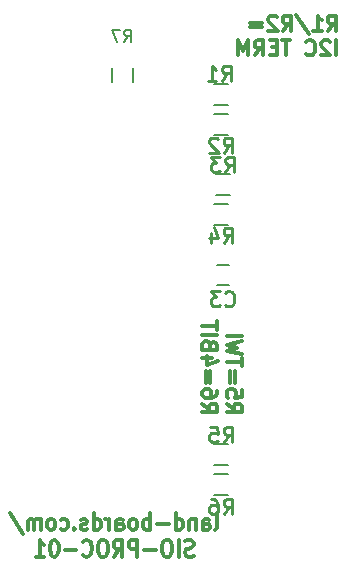
<source format=gbo>
G04 #@! TF.FileFunction,Legend,Bot*
%FSLAX46Y46*%
G04 Gerber Fmt 4.6, Leading zero omitted, Abs format (unit mm)*
G04 Created by KiCad (PCBNEW (after 2015-mar-04 BZR unknown)-product) date 11/9/2016 4:35:45 PM*
%MOMM*%
G01*
G04 APERTURE LIST*
%ADD10C,0.150000*%
%ADD11C,0.304800*%
%ADD12C,0.254000*%
G04 APERTURE END LIST*
D10*
D11*
X192646905Y-82464124D02*
X193070238Y-81859362D01*
X193372619Y-82464124D02*
X193372619Y-81194124D01*
X192888810Y-81194124D01*
X192767857Y-81254600D01*
X192707381Y-81315076D01*
X192646905Y-81436029D01*
X192646905Y-81617457D01*
X192707381Y-81738410D01*
X192767857Y-81798886D01*
X192888810Y-81859362D01*
X193372619Y-81859362D01*
X191437381Y-82464124D02*
X192163095Y-82464124D01*
X191800238Y-82464124D02*
X191800238Y-81194124D01*
X191921190Y-81375552D01*
X192042143Y-81496505D01*
X192163095Y-81556981D01*
X189985952Y-81133648D02*
X191074524Y-82766505D01*
X188836905Y-82464124D02*
X189260238Y-81859362D01*
X189562619Y-82464124D02*
X189562619Y-81194124D01*
X189078810Y-81194124D01*
X188957857Y-81254600D01*
X188897381Y-81315076D01*
X188836905Y-81436029D01*
X188836905Y-81617457D01*
X188897381Y-81738410D01*
X188957857Y-81798886D01*
X189078810Y-81859362D01*
X189562619Y-81859362D01*
X188353095Y-81315076D02*
X188292619Y-81254600D01*
X188171667Y-81194124D01*
X187869286Y-81194124D01*
X187748333Y-81254600D01*
X187687857Y-81315076D01*
X187627381Y-81436029D01*
X187627381Y-81556981D01*
X187687857Y-81738410D01*
X188413571Y-82464124D01*
X187627381Y-82464124D01*
X187083095Y-81798886D02*
X186115476Y-81798886D01*
X186115476Y-82161743D02*
X187083095Y-82161743D01*
X193372619Y-84546924D02*
X193372619Y-83276924D01*
X192828333Y-83397876D02*
X192767857Y-83337400D01*
X192646905Y-83276924D01*
X192344524Y-83276924D01*
X192223571Y-83337400D01*
X192163095Y-83397876D01*
X192102619Y-83518829D01*
X192102619Y-83639781D01*
X192163095Y-83821210D01*
X192888809Y-84546924D01*
X192102619Y-84546924D01*
X190832619Y-84425971D02*
X190893095Y-84486448D01*
X191074524Y-84546924D01*
X191195476Y-84546924D01*
X191376904Y-84486448D01*
X191497857Y-84365495D01*
X191558333Y-84244543D01*
X191618809Y-84002638D01*
X191618809Y-83821210D01*
X191558333Y-83579305D01*
X191497857Y-83458352D01*
X191376904Y-83337400D01*
X191195476Y-83276924D01*
X191074524Y-83276924D01*
X190893095Y-83337400D01*
X190832619Y-83397876D01*
X189502143Y-83276924D02*
X188776428Y-83276924D01*
X189139285Y-84546924D02*
X189139285Y-83276924D01*
X188353095Y-83881686D02*
X187929762Y-83881686D01*
X187748333Y-84546924D02*
X188353095Y-84546924D01*
X188353095Y-83276924D01*
X187748333Y-83276924D01*
X186478333Y-84546924D02*
X186901666Y-83942162D01*
X187204047Y-84546924D02*
X187204047Y-83276924D01*
X186720238Y-83276924D01*
X186599285Y-83337400D01*
X186538809Y-83397876D01*
X186478333Y-83518829D01*
X186478333Y-83700257D01*
X186538809Y-83821210D01*
X186599285Y-83881686D01*
X186720238Y-83942162D01*
X187204047Y-83942162D01*
X185934047Y-84546924D02*
X185934047Y-83276924D01*
X185510714Y-84184067D01*
X185087380Y-83276924D01*
X185087380Y-84546924D01*
X184108876Y-114033905D02*
X184713638Y-114457238D01*
X184108876Y-114759619D02*
X185378876Y-114759619D01*
X185378876Y-114275810D01*
X185318400Y-114154857D01*
X185257924Y-114094381D01*
X185136971Y-114033905D01*
X184955543Y-114033905D01*
X184834590Y-114094381D01*
X184774114Y-114154857D01*
X184713638Y-114275810D01*
X184713638Y-114759619D01*
X185378876Y-112884857D02*
X185378876Y-113489619D01*
X184774114Y-113550095D01*
X184834590Y-113489619D01*
X184895067Y-113368667D01*
X184895067Y-113066286D01*
X184834590Y-112945333D01*
X184774114Y-112884857D01*
X184653162Y-112824381D01*
X184350781Y-112824381D01*
X184229829Y-112884857D01*
X184169352Y-112945333D01*
X184108876Y-113066286D01*
X184108876Y-113368667D01*
X184169352Y-113489619D01*
X184229829Y-113550095D01*
X184774114Y-112280095D02*
X184774114Y-111312476D01*
X184411257Y-111312476D02*
X184411257Y-112280095D01*
X185378876Y-110889143D02*
X185378876Y-110163428D01*
X184108876Y-110526285D02*
X185378876Y-110526285D01*
X185378876Y-109861047D02*
X184108876Y-109558666D01*
X185016019Y-109316762D01*
X184108876Y-109074857D01*
X185378876Y-108772476D01*
X184108876Y-108288666D02*
X185378876Y-108288666D01*
X182026076Y-114033905D02*
X182630838Y-114457238D01*
X182026076Y-114759619D02*
X183296076Y-114759619D01*
X183296076Y-114275810D01*
X183235600Y-114154857D01*
X183175124Y-114094381D01*
X183054171Y-114033905D01*
X182872743Y-114033905D01*
X182751790Y-114094381D01*
X182691314Y-114154857D01*
X182630838Y-114275810D01*
X182630838Y-114759619D01*
X183296076Y-112945333D02*
X183296076Y-113187238D01*
X183235600Y-113308190D01*
X183175124Y-113368667D01*
X182993695Y-113489619D01*
X182751790Y-113550095D01*
X182267981Y-113550095D01*
X182147029Y-113489619D01*
X182086552Y-113429143D01*
X182026076Y-113308190D01*
X182026076Y-113066286D01*
X182086552Y-112945333D01*
X182147029Y-112884857D01*
X182267981Y-112824381D01*
X182570362Y-112824381D01*
X182691314Y-112884857D01*
X182751790Y-112945333D01*
X182812267Y-113066286D01*
X182812267Y-113308190D01*
X182751790Y-113429143D01*
X182691314Y-113489619D01*
X182570362Y-113550095D01*
X182691314Y-112280095D02*
X182691314Y-111312476D01*
X182328457Y-111312476D02*
X182328457Y-112280095D01*
X182872743Y-110163428D02*
X182026076Y-110163428D01*
X183356552Y-110465809D02*
X182449410Y-110768190D01*
X182449410Y-109982000D01*
X182691314Y-109074857D02*
X182630838Y-108893428D01*
X182570362Y-108832952D01*
X182449410Y-108772476D01*
X182267981Y-108772476D01*
X182147029Y-108832952D01*
X182086552Y-108893428D01*
X182026076Y-109014381D01*
X182026076Y-109498190D01*
X183296076Y-109498190D01*
X183296076Y-109074857D01*
X183235600Y-108953904D01*
X183175124Y-108893428D01*
X183054171Y-108832952D01*
X182933219Y-108832952D01*
X182812267Y-108893428D01*
X182751790Y-108953904D01*
X182691314Y-109074857D01*
X182691314Y-109498190D01*
X182026076Y-108228190D02*
X183296076Y-108228190D01*
X183296076Y-107804857D02*
X183296076Y-107079142D01*
X182026076Y-107441999D02*
X183296076Y-107441999D01*
X183121905Y-124723676D02*
X183242858Y-124657152D01*
X183303334Y-124524105D01*
X183303334Y-123326676D01*
X182093810Y-124723676D02*
X182093810Y-123991914D01*
X182154287Y-123858867D01*
X182275239Y-123792343D01*
X182517144Y-123792343D01*
X182638096Y-123858867D01*
X182093810Y-124657152D02*
X182214763Y-124723676D01*
X182517144Y-124723676D01*
X182638096Y-124657152D01*
X182698572Y-124524105D01*
X182698572Y-124391057D01*
X182638096Y-124258010D01*
X182517144Y-124191486D01*
X182214763Y-124191486D01*
X182093810Y-124124962D01*
X181489048Y-123792343D02*
X181489048Y-124723676D01*
X181489048Y-123925390D02*
X181428572Y-123858867D01*
X181307619Y-123792343D01*
X181126191Y-123792343D01*
X181005239Y-123858867D01*
X180944762Y-123991914D01*
X180944762Y-124723676D01*
X179795714Y-124723676D02*
X179795714Y-123326676D01*
X179795714Y-124657152D02*
X179916667Y-124723676D01*
X180158571Y-124723676D01*
X180279524Y-124657152D01*
X180340000Y-124590629D01*
X180400476Y-124457581D01*
X180400476Y-124058438D01*
X180340000Y-123925390D01*
X180279524Y-123858867D01*
X180158571Y-123792343D01*
X179916667Y-123792343D01*
X179795714Y-123858867D01*
X179190952Y-124191486D02*
X178223333Y-124191486D01*
X177618571Y-124723676D02*
X177618571Y-123326676D01*
X177618571Y-123858867D02*
X177497619Y-123792343D01*
X177255714Y-123792343D01*
X177134762Y-123858867D01*
X177074285Y-123925390D01*
X177013809Y-124058438D01*
X177013809Y-124457581D01*
X177074285Y-124590629D01*
X177134762Y-124657152D01*
X177255714Y-124723676D01*
X177497619Y-124723676D01*
X177618571Y-124657152D01*
X176288094Y-124723676D02*
X176409047Y-124657152D01*
X176469523Y-124590629D01*
X176529999Y-124457581D01*
X176529999Y-124058438D01*
X176469523Y-123925390D01*
X176409047Y-123858867D01*
X176288094Y-123792343D01*
X176106666Y-123792343D01*
X175985714Y-123858867D01*
X175925237Y-123925390D01*
X175864761Y-124058438D01*
X175864761Y-124457581D01*
X175925237Y-124590629D01*
X175985714Y-124657152D01*
X176106666Y-124723676D01*
X176288094Y-124723676D01*
X174776189Y-124723676D02*
X174776189Y-123991914D01*
X174836666Y-123858867D01*
X174957618Y-123792343D01*
X175199523Y-123792343D01*
X175320475Y-123858867D01*
X174776189Y-124657152D02*
X174897142Y-124723676D01*
X175199523Y-124723676D01*
X175320475Y-124657152D01*
X175380951Y-124524105D01*
X175380951Y-124391057D01*
X175320475Y-124258010D01*
X175199523Y-124191486D01*
X174897142Y-124191486D01*
X174776189Y-124124962D01*
X174171427Y-124723676D02*
X174171427Y-123792343D01*
X174171427Y-124058438D02*
X174110951Y-123925390D01*
X174050475Y-123858867D01*
X173929522Y-123792343D01*
X173808570Y-123792343D01*
X172840951Y-124723676D02*
X172840951Y-123326676D01*
X172840951Y-124657152D02*
X172961904Y-124723676D01*
X173203808Y-124723676D01*
X173324761Y-124657152D01*
X173385237Y-124590629D01*
X173445713Y-124457581D01*
X173445713Y-124058438D01*
X173385237Y-123925390D01*
X173324761Y-123858867D01*
X173203808Y-123792343D01*
X172961904Y-123792343D01*
X172840951Y-123858867D01*
X172296665Y-124657152D02*
X172175713Y-124723676D01*
X171933808Y-124723676D01*
X171812856Y-124657152D01*
X171752380Y-124524105D01*
X171752380Y-124457581D01*
X171812856Y-124324533D01*
X171933808Y-124258010D01*
X172115237Y-124258010D01*
X172236189Y-124191486D01*
X172296665Y-124058438D01*
X172296665Y-123991914D01*
X172236189Y-123858867D01*
X172115237Y-123792343D01*
X171933808Y-123792343D01*
X171812856Y-123858867D01*
X171208094Y-124590629D02*
X171147618Y-124657152D01*
X171208094Y-124723676D01*
X171268570Y-124657152D01*
X171208094Y-124590629D01*
X171208094Y-124723676D01*
X170059046Y-124657152D02*
X170179999Y-124723676D01*
X170421903Y-124723676D01*
X170542856Y-124657152D01*
X170603332Y-124590629D01*
X170663808Y-124457581D01*
X170663808Y-124058438D01*
X170603332Y-123925390D01*
X170542856Y-123858867D01*
X170421903Y-123792343D01*
X170179999Y-123792343D01*
X170059046Y-123858867D01*
X169333332Y-124723676D02*
X169454285Y-124657152D01*
X169514761Y-124590629D01*
X169575237Y-124457581D01*
X169575237Y-124058438D01*
X169514761Y-123925390D01*
X169454285Y-123858867D01*
X169333332Y-123792343D01*
X169151904Y-123792343D01*
X169030952Y-123858867D01*
X168970475Y-123925390D01*
X168909999Y-124058438D01*
X168909999Y-124457581D01*
X168970475Y-124590629D01*
X169030952Y-124657152D01*
X169151904Y-124723676D01*
X169333332Y-124723676D01*
X168365713Y-124723676D02*
X168365713Y-123792343D01*
X168365713Y-123925390D02*
X168305237Y-123858867D01*
X168184284Y-123792343D01*
X168002856Y-123792343D01*
X167881904Y-123858867D01*
X167821427Y-123991914D01*
X167821427Y-124723676D01*
X167821427Y-123991914D02*
X167760951Y-123858867D01*
X167639999Y-123792343D01*
X167458570Y-123792343D01*
X167337618Y-123858867D01*
X167277142Y-123991914D01*
X167277142Y-124723676D01*
X165765237Y-123260152D02*
X166853809Y-125056295D01*
X181307619Y-126917752D02*
X181126191Y-126984276D01*
X180823810Y-126984276D01*
X180702857Y-126917752D01*
X180642381Y-126851229D01*
X180581905Y-126718181D01*
X180581905Y-126585133D01*
X180642381Y-126452086D01*
X180702857Y-126385562D01*
X180823810Y-126319038D01*
X181065714Y-126252514D01*
X181186667Y-126185990D01*
X181247143Y-126119467D01*
X181307619Y-125986419D01*
X181307619Y-125853371D01*
X181247143Y-125720324D01*
X181186667Y-125653800D01*
X181065714Y-125587276D01*
X180763334Y-125587276D01*
X180581905Y-125653800D01*
X180037619Y-126984276D02*
X180037619Y-125587276D01*
X179190952Y-125587276D02*
X178949048Y-125587276D01*
X178828095Y-125653800D01*
X178707143Y-125786848D01*
X178646667Y-126052943D01*
X178646667Y-126518610D01*
X178707143Y-126784705D01*
X178828095Y-126917752D01*
X178949048Y-126984276D01*
X179190952Y-126984276D01*
X179311905Y-126917752D01*
X179432857Y-126784705D01*
X179493333Y-126518610D01*
X179493333Y-126052943D01*
X179432857Y-125786848D01*
X179311905Y-125653800D01*
X179190952Y-125587276D01*
X178102381Y-126452086D02*
X177134762Y-126452086D01*
X176530000Y-126984276D02*
X176530000Y-125587276D01*
X176046191Y-125587276D01*
X175925238Y-125653800D01*
X175864762Y-125720324D01*
X175804286Y-125853371D01*
X175804286Y-126052943D01*
X175864762Y-126185990D01*
X175925238Y-126252514D01*
X176046191Y-126319038D01*
X176530000Y-126319038D01*
X174534286Y-126984276D02*
X174957619Y-126319038D01*
X175260000Y-126984276D02*
X175260000Y-125587276D01*
X174776191Y-125587276D01*
X174655238Y-125653800D01*
X174594762Y-125720324D01*
X174534286Y-125853371D01*
X174534286Y-126052943D01*
X174594762Y-126185990D01*
X174655238Y-126252514D01*
X174776191Y-126319038D01*
X175260000Y-126319038D01*
X173748095Y-125587276D02*
X173506191Y-125587276D01*
X173385238Y-125653800D01*
X173264286Y-125786848D01*
X173203810Y-126052943D01*
X173203810Y-126518610D01*
X173264286Y-126784705D01*
X173385238Y-126917752D01*
X173506191Y-126984276D01*
X173748095Y-126984276D01*
X173869048Y-126917752D01*
X173990000Y-126784705D01*
X174050476Y-126518610D01*
X174050476Y-126052943D01*
X173990000Y-125786848D01*
X173869048Y-125653800D01*
X173748095Y-125587276D01*
X171933810Y-126851229D02*
X171994286Y-126917752D01*
X172175715Y-126984276D01*
X172296667Y-126984276D01*
X172478095Y-126917752D01*
X172599048Y-126784705D01*
X172659524Y-126651657D01*
X172720000Y-126385562D01*
X172720000Y-126185990D01*
X172659524Y-125919895D01*
X172599048Y-125786848D01*
X172478095Y-125653800D01*
X172296667Y-125587276D01*
X172175715Y-125587276D01*
X171994286Y-125653800D01*
X171933810Y-125720324D01*
X171389524Y-126452086D02*
X170421905Y-126452086D01*
X169575238Y-125587276D02*
X169454286Y-125587276D01*
X169333334Y-125653800D01*
X169272857Y-125720324D01*
X169212381Y-125853371D01*
X169151905Y-126119467D01*
X169151905Y-126452086D01*
X169212381Y-126718181D01*
X169272857Y-126851229D01*
X169333334Y-126917752D01*
X169454286Y-126984276D01*
X169575238Y-126984276D01*
X169696191Y-126917752D01*
X169756667Y-126851229D01*
X169817143Y-126718181D01*
X169877619Y-126452086D01*
X169877619Y-126119467D01*
X169817143Y-125853371D01*
X169756667Y-125720324D01*
X169696191Y-125653800D01*
X169575238Y-125587276D01*
X167942381Y-126984276D02*
X168668095Y-126984276D01*
X168305238Y-126984276D02*
X168305238Y-125587276D01*
X168426190Y-125786848D01*
X168547143Y-125919895D01*
X168668095Y-125986419D01*
D10*
X183042000Y-98919000D02*
X184242000Y-98919000D01*
X184242000Y-97169000D02*
X183042000Y-97169000D01*
X183169000Y-96379000D02*
X184369000Y-96379000D01*
X184369000Y-94629000D02*
X183169000Y-94629000D01*
X184242000Y-117489000D02*
X183042000Y-117489000D01*
X183042000Y-119239000D02*
X184242000Y-119239000D01*
X184242000Y-120029000D02*
X183042000Y-120029000D01*
X183042000Y-121779000D02*
X184242000Y-121779000D01*
X183042000Y-91299000D02*
X184242000Y-91299000D01*
X184242000Y-89549000D02*
X183042000Y-89549000D01*
X184242000Y-87009000D02*
X183042000Y-87009000D01*
X183042000Y-88759000D02*
X184242000Y-88759000D01*
X184269000Y-103974000D02*
X183269000Y-103974000D01*
X183269000Y-102274000D02*
X184269000Y-102274000D01*
X174385000Y-85633000D02*
X174385000Y-86833000D01*
X176135000Y-86833000D02*
X176135000Y-85633000D01*
D12*
X183853667Y-100396524D02*
X184277000Y-99791762D01*
X184579381Y-100396524D02*
X184579381Y-99126524D01*
X184095572Y-99126524D01*
X183974619Y-99187000D01*
X183914143Y-99247476D01*
X183853667Y-99368429D01*
X183853667Y-99549857D01*
X183914143Y-99670810D01*
X183974619Y-99731286D01*
X184095572Y-99791762D01*
X184579381Y-99791762D01*
X182765095Y-99549857D02*
X182765095Y-100396524D01*
X183067476Y-99066048D02*
X183369857Y-99973190D01*
X182583667Y-99973190D01*
X183980667Y-94427524D02*
X184404000Y-93822762D01*
X184706381Y-94427524D02*
X184706381Y-93157524D01*
X184222572Y-93157524D01*
X184101619Y-93218000D01*
X184041143Y-93278476D01*
X183980667Y-93399429D01*
X183980667Y-93580857D01*
X184041143Y-93701810D01*
X184101619Y-93762286D01*
X184222572Y-93822762D01*
X184706381Y-93822762D01*
X183557333Y-93157524D02*
X182771143Y-93157524D01*
X183194476Y-93641333D01*
X183013048Y-93641333D01*
X182892095Y-93701810D01*
X182831619Y-93762286D01*
X182771143Y-93883238D01*
X182771143Y-94185619D01*
X182831619Y-94306571D01*
X182892095Y-94367048D01*
X183013048Y-94427524D01*
X183375905Y-94427524D01*
X183496857Y-94367048D01*
X183557333Y-94306571D01*
X183853667Y-117287524D02*
X184277000Y-116682762D01*
X184579381Y-117287524D02*
X184579381Y-116017524D01*
X184095572Y-116017524D01*
X183974619Y-116078000D01*
X183914143Y-116138476D01*
X183853667Y-116259429D01*
X183853667Y-116440857D01*
X183914143Y-116561810D01*
X183974619Y-116622286D01*
X184095572Y-116682762D01*
X184579381Y-116682762D01*
X182704619Y-116017524D02*
X183309381Y-116017524D01*
X183369857Y-116622286D01*
X183309381Y-116561810D01*
X183188429Y-116501333D01*
X182886048Y-116501333D01*
X182765095Y-116561810D01*
X182704619Y-116622286D01*
X182644143Y-116743238D01*
X182644143Y-117045619D01*
X182704619Y-117166571D01*
X182765095Y-117227048D01*
X182886048Y-117287524D01*
X183188429Y-117287524D01*
X183309381Y-117227048D01*
X183369857Y-117166571D01*
X183853667Y-123383524D02*
X184277000Y-122778762D01*
X184579381Y-123383524D02*
X184579381Y-122113524D01*
X184095572Y-122113524D01*
X183974619Y-122174000D01*
X183914143Y-122234476D01*
X183853667Y-122355429D01*
X183853667Y-122536857D01*
X183914143Y-122657810D01*
X183974619Y-122718286D01*
X184095572Y-122778762D01*
X184579381Y-122778762D01*
X182765095Y-122113524D02*
X183007000Y-122113524D01*
X183127952Y-122174000D01*
X183188429Y-122234476D01*
X183309381Y-122415905D01*
X183369857Y-122657810D01*
X183369857Y-123141619D01*
X183309381Y-123262571D01*
X183248905Y-123323048D01*
X183127952Y-123383524D01*
X182886048Y-123383524D01*
X182765095Y-123323048D01*
X182704619Y-123262571D01*
X182644143Y-123141619D01*
X182644143Y-122839238D01*
X182704619Y-122718286D01*
X182765095Y-122657810D01*
X182886048Y-122597333D01*
X183127952Y-122597333D01*
X183248905Y-122657810D01*
X183309381Y-122718286D01*
X183369857Y-122839238D01*
X183853667Y-92776524D02*
X184277000Y-92171762D01*
X184579381Y-92776524D02*
X184579381Y-91506524D01*
X184095572Y-91506524D01*
X183974619Y-91567000D01*
X183914143Y-91627476D01*
X183853667Y-91748429D01*
X183853667Y-91929857D01*
X183914143Y-92050810D01*
X183974619Y-92111286D01*
X184095572Y-92171762D01*
X184579381Y-92171762D01*
X183369857Y-91627476D02*
X183309381Y-91567000D01*
X183188429Y-91506524D01*
X182886048Y-91506524D01*
X182765095Y-91567000D01*
X182704619Y-91627476D01*
X182644143Y-91748429D01*
X182644143Y-91869381D01*
X182704619Y-92050810D01*
X183430333Y-92776524D01*
X182644143Y-92776524D01*
X183726667Y-86680524D02*
X184150000Y-86075762D01*
X184452381Y-86680524D02*
X184452381Y-85410524D01*
X183968572Y-85410524D01*
X183847619Y-85471000D01*
X183787143Y-85531476D01*
X183726667Y-85652429D01*
X183726667Y-85833857D01*
X183787143Y-85954810D01*
X183847619Y-86015286D01*
X183968572Y-86075762D01*
X184452381Y-86075762D01*
X182517143Y-86680524D02*
X183242857Y-86680524D01*
X182880000Y-86680524D02*
X182880000Y-85410524D01*
X183000952Y-85591952D01*
X183121905Y-85712905D01*
X183242857Y-85773381D01*
X183980667Y-105677571D02*
X184041143Y-105738048D01*
X184222572Y-105798524D01*
X184343524Y-105798524D01*
X184524952Y-105738048D01*
X184645905Y-105617095D01*
X184706381Y-105496143D01*
X184766857Y-105254238D01*
X184766857Y-105072810D01*
X184706381Y-104830905D01*
X184645905Y-104709952D01*
X184524952Y-104589000D01*
X184343524Y-104528524D01*
X184222572Y-104528524D01*
X184041143Y-104589000D01*
X183980667Y-104649476D01*
X183557333Y-104528524D02*
X182771143Y-104528524D01*
X183194476Y-105012333D01*
X183013048Y-105012333D01*
X182892095Y-105072810D01*
X182831619Y-105133286D01*
X182771143Y-105254238D01*
X182771143Y-105556619D01*
X182831619Y-105677571D01*
X182892095Y-105738048D01*
X183013048Y-105798524D01*
X183375905Y-105798524D01*
X183496857Y-105738048D01*
X183557333Y-105677571D01*
D10*
X175426666Y-83383381D02*
X175760000Y-82907190D01*
X175998095Y-83383381D02*
X175998095Y-82383381D01*
X175617142Y-82383381D01*
X175521904Y-82431000D01*
X175474285Y-82478619D01*
X175426666Y-82573857D01*
X175426666Y-82716714D01*
X175474285Y-82811952D01*
X175521904Y-82859571D01*
X175617142Y-82907190D01*
X175998095Y-82907190D01*
X175093333Y-82383381D02*
X174426666Y-82383381D01*
X174855238Y-83383381D01*
M02*

</source>
